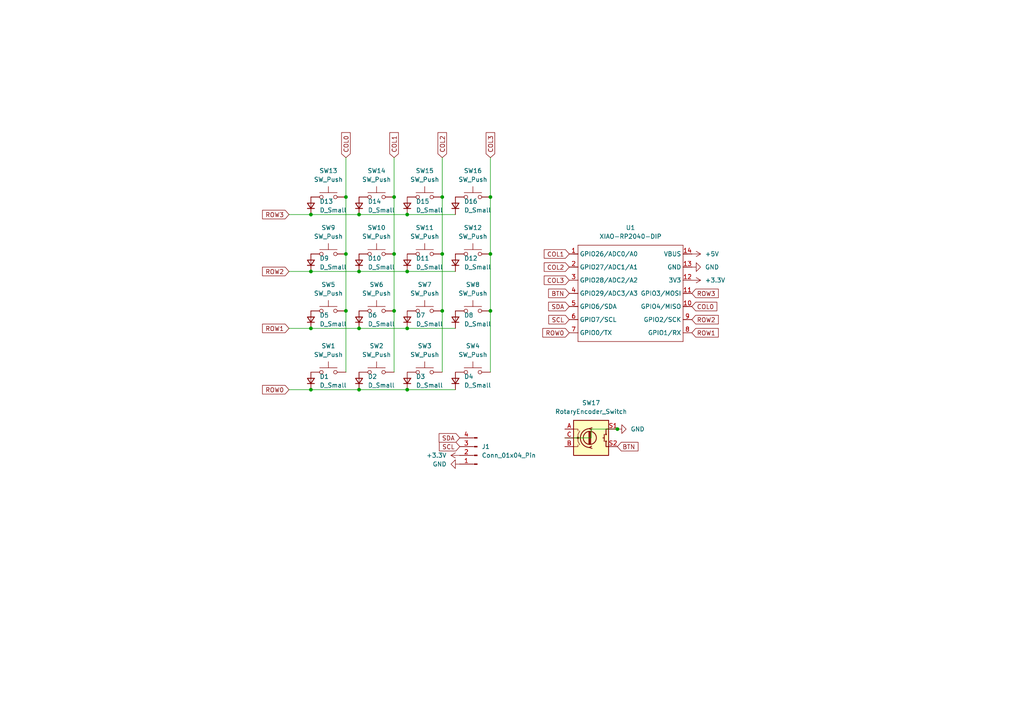
<source format=kicad_sch>
(kicad_sch (version 20250114) (generator "eeschema") (generator_version "9.0")
  (paper "A4")
  (title_block (title "HackPiano"))
  (lib_symbols
    (symbol "Connector:Conn_01x04_Pin" (pin_names (offset 1.016) (hide yes))
      (property "Reference" "J" (at 0 5.08 0))
      (property "Value" "Conn_01x04_Pin" (at 0 -7.62 0))
      (symbol "Conn_01x04_Pin_1_1"
        (rectangle (start 0.8636 2.667) (end 0 2.413) (stroke (width 0.1524)) (fill (type outline)))
        (rectangle (start 0.8636 0.127) (end 0 -0.127) (stroke (width 0.1524)) (fill (type outline)))
        (rectangle (start 0.8636 -2.413) (end 0 -2.667) (stroke (width 0.1524)) (fill (type outline)))
        (rectangle (start 0.8636 -4.953) (end 0 -5.207) (stroke (width 0.1524)) (fill (type outline)))
        (polyline (pts (xy 1.27 2.54) (xy 0.8636 2.54)) (stroke (width 0.1524)))
        (polyline (pts (xy 1.27 0) (xy 0.8636 0)) (stroke (width 0.1524)))
        (polyline (pts (xy 1.27 -2.54) (xy 0.8636 -2.54)) (stroke (width 0.1524)))
        (polyline (pts (xy 1.27 -5.08) (xy 0.8636 -5.08)) (stroke (width 0.1524)))
        (pin passive line (at 5.08 2.54 180) (length 3.81) (name "Pin_1") (number "1"))
        (pin passive line (at 5.08 0 180) (length 3.81) (name "Pin_2") (number "2"))
        (pin passive line (at 5.08 -2.54 180) (length 3.81) (name "Pin_3") (number "3"))
        (pin passive line (at 5.08 -5.08 180) (length 3.81) (name "Pin_4") (number "4"))
      )
    )
    (symbol "Device:D_Small" (pin_numbers (hide yes)) (pin_names (offset 0.254) (hide yes))
      (property "Reference" "D" (at -1.27 2.032 0))
      (property "Value" "D_Small" (at -3.81 -2.032 0))
      (symbol "D_Small_0_1"
        (polyline (pts (xy -0.762 0) (xy 0.762 0)))
        (polyline (pts (xy -0.762 -1.016) (xy -0.762 1.016)) (stroke (width 0.254)))
        (polyline (pts (xy 0.762 -1.016) (xy -0.762 0) (xy 0.762 1.016) (xy 0.762 -1.016)) (stroke (width 0.254)))
      )
      (symbol "D_Small_1_1"
        (pin passive line (at -2.54 0 0) (length 1.778) (name "K") (number "1"))
        (pin passive line (at 2.54 0 180) (length 1.778) (name "A") (number "2"))
      )
    )
    (symbol "Device:RotaryEncoder_Switch" (pin_names (offset 0.254) (hide yes))
      (property "Reference" "SW" (at 0 6.604 0))
      (property "Value" "RotaryEncoder_Switch" (at 0 -6.604 0))
      (symbol "RotaryEncoder_Switch_0_1"
        (rectangle (start -5.08 5.08) (end 5.08 -5.08) (stroke (width 0.254)) (fill (type background)))
        (polyline (pts (xy -5.08 2.54) (xy -3.81 2.54) (xy -3.81 2.032)))
        (polyline (pts (xy -5.08 0) (xy -3.81 0) (xy -3.81 -1.016) (xy -3.302 -2.032)))
        (polyline (pts (xy -5.08 -2.54) (xy -3.81 -2.54) (xy -3.81 -2.032)))
        (polyline (pts (xy -4.318 0) (xy -3.81 0) (xy -3.81 1.016) (xy -3.302 2.032)))
        (circle (center -3.81 0) (radius 0.254) (fill (type outline)))
        (polyline (pts (xy -0.635 -1.778) (xy -0.635 1.778)) (stroke (width 0.254)))
        (circle (center -0.381 0) (radius 1.905) (stroke (width 0.254)))
        (polyline (pts (xy -0.381 -1.778) (xy -0.381 1.778)) (stroke (width 0.254)))
        (arc (start -0.381 -2.794) (mid -3.0988 -0.0635) (end -0.381 2.667) (stroke (width 0.254)))
        (polyline (pts (xy -0.127 1.778) (xy -0.127 -1.778)) (stroke (width 0.254)))
        (polyline (pts (xy 0.254 2.921) (xy -0.508 2.667) (xy 0.127 2.286)) (stroke (width 0.254)))
        (polyline (pts (xy 0.254 -3.048) (xy -0.508 -2.794) (xy 0.127 -2.413)) (stroke (width 0.254)))
        (polyline (pts (xy 3.81 1.016) (xy 3.81 -1.016)) (stroke (width 0.254)))
        (polyline (pts (xy 3.81 0) (xy 3.429 0)) (stroke (width 0.254)))
        (circle (center 4.318 1.016) (radius 0.127) (stroke (width 0.254)))
        (circle (center 4.318 -1.016) (radius 0.127) (stroke (width 0.254)))
        (polyline (pts (xy 5.08 2.54) (xy 4.318 2.54) (xy 4.318 1.016)) (stroke (width 0.254)))
        (polyline (pts (xy 5.08 -2.54) (xy 4.318 -2.54) (xy 4.318 -1.016)) (stroke (width 0.254)))
      )
      (symbol "RotaryEncoder_Switch_1_1"
        (pin passive line (at -7.62 2.54 0) (length 2.54) (name "A") (number "A"))
        (pin passive line (at -7.62 0 0) (length 2.54) (name "C") (number "C"))
        (pin passive line (at -7.62 -2.54 0) (length 2.54) (name "B") (number "B"))
        (pin passive line (at 7.62 2.54 180) (length 2.54) (name "S1") (number "S1"))
        (pin passive line (at 7.62 -2.54 180) (length 2.54) (name "S2") (number "S2"))
      )
    )
    (symbol "OPL:XIAO-RP2040-DIP"
      (property "Reference" "U" (at 0 0 0))
      (property "Value" "XIAO-RP2040-DIP" (at 5.334 -1.778 0))
      (symbol "XIAO-RP2040-DIP_1_0"
        (polyline (pts (xy -1.27 -2.54) (xy 29.21 -2.54)) (stroke (width 0.1524)))
        (polyline (pts (xy -1.27 -5.08) (xy -2.54 -5.08)) (stroke (width 0.1524)))
        (polyline (pts (xy -1.27 -5.08) (xy -1.27 -2.54)) (stroke (width 0.1524)))
        (polyline (pts (xy -1.27 -8.89) (xy -2.54 -8.89)) (stroke (width 0.1524)))
        (polyline (pts (xy -1.27 -8.89) (xy -1.27 -5.08)) (stroke (width 0.1524)))
        (polyline (pts (xy -1.27 -12.7) (xy -2.54 -12.7)) (stroke (width 0.1524)))
        (polyline (pts (xy -1.27 -12.7) (xy -1.27 -8.89)) (stroke (width 0.1524)))
        (polyline (pts (xy -1.27 -16.51) (xy -2.54 -16.51)) (stroke (width 0.1524)))
        (polyline (pts (xy -1.27 -16.51) (xy -1.27 -12.7)) (stroke (width 0.1524)))
        (polyline (pts (xy -1.27 -20.32) (xy -2.54 -20.32)) (stroke (width 0.1524)))
        (polyline (pts (xy -1.27 -24.13) (xy -2.54 -24.13)) (stroke (width 0.1524)))
        (polyline (pts (xy -1.27 -27.94) (xy -2.54 -27.94)) (stroke (width 0.1524)))
        (polyline (pts (xy -1.27 -30.48) (xy -1.27 -16.51)) (stroke (width 0.1524)))
        (polyline (pts (xy 29.21 -2.54) (xy 29.21 -5.08)) (stroke (width 0.1524)))
        (polyline (pts (xy 29.21 -5.08) (xy 29.21 -8.89)) (stroke (width 0.1524)))
        (polyline (pts (xy 29.21 -8.89) (xy 29.21 -12.7)) (stroke (width 0.1524)))
        (polyline (pts (xy 29.21 -12.7) (xy 29.21 -30.48)) (stroke (width 0.1524)))
        (polyline (pts (xy 29.21 -30.48) (xy -1.27 -30.48)) (stroke (width 0.1524)))
        (polyline (pts (xy 30.48 -5.08) (xy 29.21 -5.08)) (stroke (width 0.1524)))
        (polyline (pts (xy 30.48 -8.89) (xy 29.21 -8.89)) (stroke (width 0.1524)))
        (polyline (pts (xy 30.48 -12.7) (xy 29.21 -12.7)) (stroke (width 0.1524)))
        (polyline (pts (xy 30.48 -16.51) (xy 29.21 -16.51)) (stroke (width 0.1524)))
        (polyline (pts (xy 30.48 -20.32) (xy 29.21 -20.32)) (stroke (width 0.1524)))
        (polyline (pts (xy 30.48 -24.13) (xy 29.21 -24.13)) (stroke (width 0.1524)))
        (polyline (pts (xy 30.48 -27.94) (xy 29.21 -27.94)) (stroke (width 0.1524)))
        (pin passive line (at -3.81 -5.08 0) (length 2.54) (name "GPIO26/ADC0/A0") (number "1"))
        (pin passive line (at -3.81 -8.89 0) (length 2.54) (name "GPIO27/ADC1/A1") (number "2"))
        (pin passive line (at -3.81 -12.7 0) (length 2.54) (name "GPIO28/ADC2/A2") (number "3"))
        (pin passive line (at -3.81 -16.51 0) (length 2.54) (name "GPIO29/ADC3/A3") (number "4"))
        (pin passive line (at -3.81 -20.32 0) (length 2.54) (name "GPIO6/SDA") (number "5"))
        (pin passive line (at -3.81 -24.13 0) (length 2.54) (name "GPIO7/SCL") (number "6"))
        (pin passive line (at -3.81 -27.94 0) (length 2.54) (name "GPIO0/TX") (number "7"))
        (pin passive line (at 31.75 -5.08 180) (length 2.54) (name "VBUS") (number "14"))
        (pin passive line (at 31.75 -8.89 180) (length 2.54) (name "GND") (number "13"))
        (pin passive line (at 31.75 -12.7 180) (length 2.54) (name "3V3") (number "12"))
        (pin passive line (at 31.75 -16.51 180) (length 2.54) (name "GPIO3/MOSI") (number "11"))
        (pin passive line (at 31.75 -20.32 180) (length 2.54) (name "GPIO4/MISO") (number "10"))
        (pin passive line (at 31.75 -24.13 180) (length 2.54) (name "GPIO2/SCK") (number "9"))
        (pin passive line (at 31.75 -27.94 180) (length 2.54) (name "GPIO1/RX") (number "8"))
      )
    )
    (symbol "Switch:SW_Push" (pin_numbers (hide yes)) (pin_names (offset 1.016) (hide yes))
      (property "Reference" "SW" (at 1.27 2.54 0))
      (property "Value" "SW_Push" (at 0 -1.524 0))
      (symbol "SW_Push_0_1"
        (circle (center -2.032 0) (radius 0.508))
        (polyline (pts (xy 0 1.27) (xy 0 3.048)))
        (circle (center 2.032 0) (radius 0.508))
        (polyline (pts (xy 2.54 1.27) (xy -2.54 1.27)))
        (pin passive line (at -5.08 0 0) (length 2.54) (name "1") (number "1"))
        (pin passive line (at 5.08 0 180) (length 2.54) (name "2") (number "2"))
      )
    )
    (symbol "power:+3.3V" (power) (pin_numbers (hide yes)) (pin_names (offset 0) (hide yes))
      (property "Value" "+3.3V" (at 0 3.556 0))
      (symbol "+3.3V_0_1"
        (polyline (pts (xy -0.762 1.27) (xy 0 2.54)))
        (polyline (pts (xy 0 2.54) (xy 0.762 1.27)))
        (polyline (pts (xy 0 0) (xy 0 2.54)))
      )
      (symbol "+3.3V_1_1"
        (pin power_in line (at 0 0 90) (length 0) (name "~") (number "1"))
      )
    )
    (symbol "power:+5V" (power) (pin_numbers (hide yes)) (pin_names (offset 0) (hide yes))
      (property "Value" "+5V" (at 0 3.556 0))
      (symbol "+5V_0_1"
        (polyline (pts (xy -0.762 1.27) (xy 0 2.54)))
        (polyline (pts (xy 0 2.54) (xy 0.762 1.27)))
        (polyline (pts (xy 0 0) (xy 0 2.54)))
      )
      (symbol "+5V_1_1"
        (pin power_in line (at 0 0 90) (length 0) (name "~") (number "1"))
      )
    )
    (symbol "power:GND" (power) (pin_numbers (hide yes)) (pin_names (offset 0) (hide yes))
      (property "Value" "GND" (at 0 -3.81 0))
      (symbol "GND_0_1"
        (polyline (pts (xy 0 0) (xy 0 -1.27) (xy 1.27 -1.27) (xy 0 -2.54) (xy -1.27 -1.27) (xy 0 -1.27)))
      )
      (symbol "GND_1_1"
        (pin power_in line (at 0 0 270) (length 0) (name "~") (number "1"))
      )
    )
  )
  (junction (at 128.27 57.15))
  (junction (at 100.33 90.17))
  (junction (at 118.11 95.25))
  (junction (at 100.33 73.66))
  (junction (at 128.27 90.17))
  (junction (at 104.14 78.74))
  (junction (at 90.17 95.25))
  (junction (at 100.33 57.15))
  (junction (at 114.3 57.15))
  (junction (at 90.17 62.23))
  (junction (at 114.3 73.66))
  (junction (at 90.17 113.03))
  (junction (at 104.14 62.23))
  (junction (at 142.24 73.66))
  (junction (at 128.27 73.66))
  (junction (at 114.3 90.17))
  (junction (at 104.14 95.25))
  (junction (at 179.07 124.46))
  (junction (at 118.11 78.74))
  (junction (at 118.11 113.03))
  (junction (at 118.11 62.23))
  (junction (at 142.24 57.15))
  (junction (at 142.24 90.17))
  (junction (at 104.14 113.03))
  (junction (at 90.17 78.74))
  (wire (pts (xy 83.82 62.23) (xy 90.17 62.23)))
  (wire (pts (xy 179.07 124.46) (xy 171.45 124.46)))
  (wire (pts (xy 100.33 73.66) (xy 100.33 90.17)))
  (wire (pts (xy 114.3 57.15) (xy 114.3 73.66)))
  (wire (pts (xy 104.14 62.23) (xy 118.11 62.23)))
  (wire (pts (xy 100.33 90.17) (xy 100.33 107.95)))
  (wire (pts (xy 100.33 57.15) (xy 100.33 73.66)))
  (wire (pts (xy 114.3 90.17) (xy 114.3 107.95)))
  (wire (pts (xy 90.17 62.23) (xy 104.14 62.23)))
  (wire (pts (xy 114.3 45.72) (xy 114.3 57.15)))
  (wire (pts (xy 90.17 78.74) (xy 104.14 78.74)))
  (wire (pts (xy 90.17 113.03) (xy 104.14 113.03)))
  (wire (pts (xy 142.24 45.72) (xy 142.24 57.15)))
  (wire (pts (xy 114.3 73.66) (xy 114.3 90.17)))
  (wire (pts (xy 118.11 78.74) (xy 132.08 78.74)))
  (wire (pts (xy 128.27 57.15) (xy 128.27 73.66)))
  (wire (pts (xy 90.17 95.25) (xy 104.14 95.25)))
  (wire (pts (xy 100.33 45.72) (xy 100.33 57.15)))
  (wire (pts (xy 104.14 95.25) (xy 118.11 95.25)))
  (wire (pts (xy 171.45 124.46) (xy 171.45 127)))
  (wire (pts (xy 128.27 45.72) (xy 128.27 57.15)))
  (wire (pts (xy 83.82 113.03) (xy 90.17 113.03)))
  (wire (pts (xy 104.14 78.74) (xy 118.11 78.74)))
  (wire (pts (xy 142.24 57.15) (xy 142.24 73.66)))
  (wire (pts (xy 171.45 127) (xy 163.83 127)))
  (wire (pts (xy 104.14 113.03) (xy 118.11 113.03)))
  (wire (pts (xy 118.11 95.25) (xy 132.08 95.25)))
  (wire (pts (xy 83.82 95.25) (xy 90.17 95.25)))
  (wire (pts (xy 142.24 73.66) (xy 142.24 90.17)))
  (wire (pts (xy 118.11 113.03) (xy 132.08 113.03)))
  (wire (pts (xy 118.11 62.23) (xy 132.08 62.23)))
  (wire (pts (xy 128.27 90.17) (xy 128.27 107.95)))
  (wire (pts (xy 142.24 90.17) (xy 142.24 107.95)))
  (wire (pts (xy 83.82 78.74) (xy 90.17 78.74)))
  (wire (pts (xy 128.27 73.66) (xy 128.27 90.17)))
  (global_label "COL3" (shape input) (at 142.24 45.72 90) (property "Intersheetrefs" "${INTERSHEET_REFS}" (effects (hide yes))))
  (global_label "COL0" (shape input) (at 200.66 88.9 0) (property "Intersheetrefs" "${INTERSHEET_REFS}" (effects (hide yes))))
  (global_label "COL2" (shape input) (at 128.27 45.72 90) (property "Intersheetrefs" "${INTERSHEET_REFS}" (effects (hide yes))))
  (global_label "ROW3" (shape input) (at 83.82 62.23 180) (property "Intersheetrefs" "${INTERSHEET_REFS}" (effects (hide yes))))
  (global_label "COL3" (shape input) (at 165.1 81.28 180) (property "Intersheetrefs" "${INTERSHEET_REFS}" (effects (hide yes))))
  (global_label "COL0" (shape input) (at 100.33 45.72 90) (property "Intersheetrefs" "${INTERSHEET_REFS}" (effects (hide yes))))
  (global_label "ROW1" (shape input) (at 83.82 95.25 180) (property "Intersheetrefs" "${INTERSHEET_REFS}" (effects (hide yes))))
  (global_label "ROW2" (shape input) (at 200.66 92.71 0) (property "Intersheetrefs" "${INTERSHEET_REFS}" (effects (hide yes))))
  (global_label "SDA" (shape input) (at 133.35 127 180) (property "Intersheetrefs" "${INTERSHEET_REFS}" (effects (hide yes))))
  (global_label "ROW0" (shape input) (at 83.82 113.03 180) (property "Intersheetrefs" "${INTERSHEET_REFS}" (effects (hide yes))))
  (global_label "BTN" (shape input) (at 165.1 85.09 180) (property "Intersheetrefs" "${INTERSHEET_REFS}" (effects (hide yes))))
  (global_label "SCL" (shape input) (at 165.1 92.71 180) (property "Intersheetrefs" "${INTERSHEET_REFS}" (effects (hide yes))))
  (global_label "COL2" (shape input) (at 165.1 77.47 180) (property "Intersheetrefs" "${INTERSHEET_REFS}" (effects (hide yes))))
  (global_label "ROW1" (shape input) (at 200.66 96.52 0) (property "Intersheetrefs" "${INTERSHEET_REFS}" (effects (hide yes))))
  (global_label "COL1" (shape input) (at 114.3 45.72 90) (property "Intersheetrefs" "${INTERSHEET_REFS}" (effects (hide yes))))
  (global_label "ROW2" (shape input) (at 83.82 78.74 180) (property "Intersheetrefs" "${INTERSHEET_REFS}" (effects (hide yes))))
  (global_label "SDA" (shape input) (at 165.1 88.9 180) (property "Intersheetrefs" "${INTERSHEET_REFS}" (effects (hide yes))))
  (global_label "SCL" (shape input) (at 133.35 129.54 180) (property "Intersheetrefs" "${INTERSHEET_REFS}" (effects (hide yes))))
  (global_label "ROW3" (shape input) (at 200.66 85.09 0) (property "Intersheetrefs" "${INTERSHEET_REFS}" (effects (hide yes))))
  (global_label "COL1" (shape input) (at 165.1 73.66 180) (property "Intersheetrefs" "${INTERSHEET_REFS}" (effects (hide yes))))
  (global_label "ROW0" (shape input) (at 165.1 96.52 180) (property "Intersheetrefs" "${INTERSHEET_REFS}" (effects (hide yes))))
  (global_label "BTN" (shape input) (at 179.07 129.54 0) (property "Intersheetrefs" "${INTERSHEET_REFS}" (effects (hide yes))))
  (symbol (lib_id "Switch:SW_Push") (at 109.22 57.15 0) (unit 1)
    (property "Reference" "SW14" (at 109.22 49.53 0))
    (property "Value" "SW_Push" (at 109.22 52.07 0))
    (property "Footprint" "Button_Switch_Keyboard:SW_Cherry_MX_1.00u_PCB" (effects (hide yes)))
    (property "Description" "Push button switch, generic, two pins" (effects (hide yes)))
  )
  (symbol (lib_id "Switch:SW_Push") (at 109.22 73.66 0) (unit 1)
    (property "Reference" "SW10" (at 109.22 66.04 0))
    (property "Value" "SW_Push" (at 109.22 68.58 0))
    (property "Footprint" "Button_Switch_Keyboard:SW_Cherry_MX_1.00u_PCB" (effects (hide yes)))
    (property "Description" "Push button switch, generic, two pins" (effects (hide yes)))
  )
  (symbol (lib_id "Device:D_Small") (at 118.11 59.69 90) (unit 1)
    (property "Reference" "D15" (at 120.65 58.4199 90) (effects (justify right)))
    (property "Value" "D_Small" (at 120.65 60.9599 90) (effects (justify right)))
    (property "Footprint" "Diode_THT:D_DO-35_SOD27_P7.62mm_Horizontal" (effects (hide yes)))
    (property "Description" "Diode, small symbol" (effects (hide yes)))
    (property "Sim.Device" "D" (effects (hide yes)))
    (property "Sim.Pins" "1=K 2=A" (effects (hide yes)))
  )
  (symbol (lib_id "Device:D_Small") (at 132.08 92.71 90) (unit 1)
    (property "Reference" "D8" (at 134.62 91.4399 90) (effects (justify right)))
    (property "Value" "D_Small" (at 134.62 93.9799 90) (effects (justify right)))
    (property "Footprint" "Diode_THT:D_DO-35_SOD27_P7.62mm_Horizontal" (effects (hide yes)))
    (property "Description" "Diode, small symbol" (effects (hide yes)))
    (property "Sim.Device" "D" (effects (hide yes)))
    (property "Sim.Pins" "1=K 2=A" (effects (hide yes)))
  )
  (symbol (lib_id "Device:D_Small") (at 132.08 59.69 90) (unit 1)
    (property "Reference" "D16" (at 134.62 58.4199 90) (effects (justify right)))
    (property "Value" "D_Small" (at 134.62 60.9599 90) (effects (justify right)))
    (property "Footprint" "Diode_THT:D_DO-35_SOD27_P7.62mm_Horizontal" (effects (hide yes)))
    (property "Description" "Diode, small symbol" (effects (hide yes)))
    (property "Sim.Device" "D" (effects (hide yes)))
    (property "Sim.Pins" "1=K 2=A" (effects (hide yes)))
  )
  (symbol (lib_id "Device:D_Small") (at 104.14 110.49 90) (unit 1)
    (property "Reference" "D2" (at 106.68 109.2199 90) (effects (justify right)))
    (property "Value" "D_Small" (at 106.68 111.7599 90) (effects (justify right)))
    (property "Footprint" "Diode_THT:D_DO-35_SOD27_P7.62mm_Horizontal" (effects (hide yes)))
    (property "Description" "Diode, small symbol" (effects (hide yes)))
    (property "Sim.Device" "D" (effects (hide yes)))
    (property "Sim.Pins" "1=K 2=A" (effects (hide yes)))
  )
  (symbol (lib_id "power:+5V") (at 200.66 73.66 270) (unit 1)
    (property "Reference" "#PWR03" (effects (hide yes)))
    (property "Value" "+5V" (at 204.47 73.6599 90) (effects (justify left)))
    (property "Description" "Power symbol creates a global label with name \"+5V\"" (effects (hide yes)))
  )
  (symbol (lib_id "Switch:SW_Push") (at 137.16 107.95 0) (unit 1)
    (property "Reference" "SW4" (at 137.16 100.33 0))
    (property "Value" "SW_Push" (at 137.16 102.87 0))
    (property "Footprint" "Button_Switch_Keyboard:SW_Cherry_MX_1.00u_PCB" (effects (hide yes)))
    (property "Description" "Push button switch, generic, two pins" (effects (hide yes)))
  )
  (symbol (lib_id "Device:D_Small") (at 118.11 110.49 90) (unit 1)
    (property "Reference" "D3" (at 120.65 109.2199 90) (effects (justify right)))
    (property "Value" "D_Small" (at 120.65 111.7599 90) (effects (justify right)))
    (property "Footprint" "Diode_THT:D_DO-35_SOD27_P7.62mm_Horizontal" (effects (hide yes)))
    (property "Description" "Diode, small symbol" (effects (hide yes)))
    (property "Sim.Device" "D" (effects (hide yes)))
    (property "Sim.Pins" "1=K 2=A" (effects (hide yes)))
  )
  (symbol (lib_id "Switch:SW_Push") (at 95.25 57.15 0) (unit 1)
    (property "Reference" "SW13" (at 95.25 49.53 0))
    (property "Value" "SW_Push" (at 95.25 52.07 0))
    (property "Footprint" "Button_Switch_Keyboard:SW_Cherry_MX_1.00u_PCB" (effects (hide yes)))
    (property "Description" "Push button switch, generic, two pins" (effects (hide yes)))
  )
  (symbol (lib_id "Switch:SW_Push") (at 137.16 57.15 0) (unit 1)
    (property "Reference" "SW16" (at 137.16 49.53 0))
    (property "Value" "SW_Push" (at 137.16 52.07 0))
    (property "Footprint" "Button_Switch_Keyboard:SW_Cherry_MX_1.00u_PCB" (effects (hide yes)))
    (property "Description" "Push button switch, generic, two pins" (effects (hide yes)))
  )
  (symbol (lib_id "power:GND") (at 133.35 134.62 270) (unit 1)
    (property "Reference" "#PWR04" (effects (hide yes)))
    (property "Value" "GND" (at 129.54 134.6199 90) (effects (justify right)))
    (property "Description" "Power symbol creates a global label with name \"GND\" , ground" (effects (hide yes)))
  )
  (symbol (lib_id "Device:D_Small") (at 90.17 76.2 90) (unit 1)
    (property "Reference" "D9" (at 92.71 74.9299 90) (effects (justify right)))
    (property "Value" "D_Small" (at 92.71 77.4699 90) (effects (justify right)))
    (property "Footprint" "Diode_THT:D_DO-35_SOD27_P7.62mm_Horizontal" (effects (hide yes)))
    (property "Description" "Diode, small symbol" (effects (hide yes)))
    (property "Sim.Device" "D" (effects (hide yes)))
    (property "Sim.Pins" "1=K 2=A" (effects (hide yes)))
  )
  (symbol (lib_id "power:GND") (at 179.07 124.46 90) (unit 1)
    (property "Reference" "#PWR06" (effects (hide yes)))
    (property "Value" "GND" (at 182.88 124.4599 90) (effects (justify right)))
    (property "Description" "Power symbol creates a global label with name \"GND\" , ground" (effects (hide yes)))
  )
  (symbol (lib_id "Device:D_Small") (at 118.11 76.2 90) (unit 1)
    (property "Reference" "D11" (at 120.65 74.9299 90) (effects (justify right)))
    (property "Value" "D_Small" (at 120.65 77.4699 90) (effects (justify right)))
    (property "Footprint" "Diode_THT:D_DO-35_SOD27_P7.62mm_Horizontal" (effects (hide yes)))
    (property "Description" "Diode, small symbol" (effects (hide yes)))
    (property "Sim.Device" "D" (effects (hide yes)))
    (property "Sim.Pins" "1=K 2=A" (effects (hide yes)))
  )
  (symbol (lib_id "OPL:XIAO-RP2040-DIP") (at 168.91 68.58 0) (unit 1)
    (property "Reference" "U1" (at 182.88 66.04 0))
    (property "Value" "XIAO-RP2040-DIP" (at 182.88 68.58 0))
    (property "Footprint" "OPL:XIAO-RP2040-DIP" (effects (hide yes)))
  )
  (symbol (lib_id "Switch:SW_Push") (at 123.19 90.17 0) (unit 1)
    (property "Reference" "SW7" (at 123.19 82.55 0))
    (property "Value" "SW_Push" (at 123.19 85.09 0))
    (property "Footprint" "Button_Switch_Keyboard:SW_Cherry_MX_1.00u_PCB" (effects (hide yes)))
    (property "Description" "Push button switch, generic, two pins" (effects (hide yes)))
  )
  (symbol (lib_id "Device:D_Small") (at 118.11 92.71 90) (unit 1)
    (property "Reference" "D7" (at 120.65 91.4399 90) (effects (justify right)))
    (property "Value" "D_Small" (at 120.65 93.9799 90) (effects (justify right)))
    (property "Footprint" "Diode_THT:D_DO-35_SOD27_P7.62mm_Horizontal" (effects (hide yes)))
    (property "Description" "Diode, small symbol" (effects (hide yes)))
    (property "Sim.Device" "D" (effects (hide yes)))
    (property "Sim.Pins" "1=K 2=A" (effects (hide yes)))
  )
  (symbol (lib_id "Device:RotaryEncoder_Switch") (at 171.45 127 0) (unit 1)
    (property "Reference" "SW17" (at 171.45 116.84 0))
    (property "Value" "RotaryEncoder_Switch" (at 171.45 119.38 0))
    (property "Footprint" "OLED:RotaryEncoder_Alps_EC11E-Switch_Vertical_H20mm" (effects (hide yes)))
    (property "Description" "Rotary encoder, dual channel, incremental quadrate outputs, with switch" (effects (hide yes)))
  )
  (symbol (lib_id "Connector:Conn_01x04_Pin") (at 138.43 132.08 180) (unit 1)
    (property "Reference" "J1" (at 139.7 129.5399 0) (effects (justify right)))
    (property "Value" "Conn_01x04_Pin" (at 139.7 132.0799 0) (effects (justify right)))
    (property "Footprint" "OLED:SSD1306-0.91-OLED-4pin-128x32" (effects (hide yes)))
    (property "Description" "Generic connector, single row, 01x04, script generated" (effects (hide yes)))
  )
  (symbol (lib_id "Device:D_Small") (at 104.14 59.69 90) (unit 1)
    (property "Reference" "D14" (at 106.68 58.4199 90) (effects (justify right)))
    (property "Value" "D_Small" (at 106.68 60.9599 90) (effects (justify right)))
    (property "Footprint" "Diode_THT:D_DO-35_SOD27_P7.62mm_Horizontal" (effects (hide yes)))
    (property "Description" "Diode, small symbol" (effects (hide yes)))
    (property "Sim.Device" "D" (effects (hide yes)))
    (property "Sim.Pins" "1=K 2=A" (effects (hide yes)))
  )
  (symbol (lib_id "power:+3.3V") (at 200.66 81.28 270) (unit 1)
    (property "Reference" "#PWR02" (effects (hide yes)))
    (property "Value" "+3.3V" (at 204.47 81.2799 90) (effects (justify left)))
    (property "Description" "Power symbol creates a global label with name \"+3.3V\"" (effects (hide yes)))
  )
  (symbol (lib_id "Switch:SW_Push") (at 137.16 90.17 0) (unit 1)
    (property "Reference" "SW8" (at 137.16 82.55 0))
    (property "Value" "SW_Push" (at 137.16 85.09 0))
    (property "Footprint" "Button_Switch_Keyboard:SW_Cherry_MX_1.00u_PCB" (effects (hide yes)))
    (property "Description" "Push button switch, generic, two pins" (effects (hide yes)))
  )
  (symbol (lib_id "Device:D_Small") (at 104.14 76.2 90) (unit 1)
    (property "Reference" "D10" (at 106.68 74.9299 90) (effects (justify right)))
    (property "Value" "D_Small" (at 106.68 77.4699 90) (effects (justify right)))
    (property "Footprint" "Diode_THT:D_DO-35_SOD27_P7.62mm_Horizontal" (effects (hide yes)))
    (property "Description" "Diode, small symbol" (effects (hide yes)))
    (property "Sim.Device" "D" (effects (hide yes)))
    (property "Sim.Pins" "1=K 2=A" (effects (hide yes)))
  )
  (symbol (lib_id "Switch:SW_Push") (at 137.16 73.66 0) (unit 1)
    (property "Reference" "SW12" (at 137.16 66.04 0))
    (property "Value" "SW_Push" (at 137.16 68.58 0))
    (property "Footprint" "Button_Switch_Keyboard:SW_Cherry_MX_1.00u_PCB" (effects (hide yes)))
    (property "Description" "Push button switch, generic, two pins" (effects (hide yes)))
  )
  (symbol (lib_id "Switch:SW_Push") (at 123.19 107.95 0) (unit 1)
    (property "Reference" "SW3" (at 123.19 100.33 0))
    (property "Value" "SW_Push" (at 123.19 102.87 0))
    (property "Footprint" "Button_Switch_Keyboard:SW_Cherry_MX_1.00u_PCB" (effects (hide yes)))
    (property "Description" "Push button switch, generic, two pins" (effects (hide yes)))
  )
  (symbol (lib_id "Switch:SW_Push") (at 95.25 90.17 0) (unit 1)
    (property "Reference" "SW5" (at 95.25 82.55 0))
    (property "Value" "SW_Push" (at 95.25 85.09 0))
    (property "Footprint" "Button_Switch_Keyboard:SW_Cherry_MX_1.00u_PCB" (effects (hide yes)))
    (property "Description" "Push button switch, generic, two pins" (effects (hide yes)))
  )
  (symbol (lib_id "Device:D_Small") (at 132.08 110.49 90) (unit 1)
    (property "Reference" "D4" (at 134.62 109.2199 90) (effects (justify right)))
    (property "Value" "D_Small" (at 134.62 111.7599 90) (effects (justify right)))
    (property "Footprint" "Diode_THT:D_DO-35_SOD27_P7.62mm_Horizontal" (effects (hide yes)))
    (property "Description" "Diode, small symbol" (effects (hide yes)))
    (property "Sim.Device" "D" (effects (hide yes)))
    (property "Sim.Pins" "1=K 2=A" (effects (hide yes)))
  )
  (symbol (lib_id "Switch:SW_Push") (at 109.22 90.17 0) (unit 1)
    (property "Reference" "SW6" (at 109.22 82.55 0))
    (property "Value" "SW_Push" (at 109.22 85.09 0))
    (property "Footprint" "Button_Switch_Keyboard:SW_Cherry_MX_1.00u_PCB" (effects (hide yes)))
    (property "Description" "Push button switch, generic, two pins" (effects (hide yes)))
  )
  (symbol (lib_id "power:GND") (at 200.66 77.47 90) (unit 1)
    (property "Reference" "#PWR01" (effects (hide yes)))
    (property "Value" "GND" (at 204.47 77.4699 90) (effects (justify right)))
    (property "Description" "Power symbol creates a global label with name \"GND\" , ground" (effects (hide yes)))
  )
  (symbol (lib_id "Device:D_Small") (at 90.17 110.49 90) (unit 1)
    (property "Reference" "D1" (at 92.71 109.2199 90) (effects (justify right)))
    (property "Value" "D_Small" (at 92.71 111.7599 90) (effects (justify right)))
    (property "Footprint" "Diode_THT:D_DO-35_SOD27_P7.62mm_Horizontal" (effects (hide yes)))
    (property "Description" "Diode, small symbol" (effects (hide yes)))
    (property "Sim.Device" "D" (effects (hide yes)))
    (property "Sim.Pins" "1=K 2=A" (effects (hide yes)))
  )
  (symbol (lib_id "Device:D_Small") (at 132.08 76.2 90) (unit 1)
    (property "Reference" "D12" (at 134.62 74.9299 90) (effects (justify right)))
    (property "Value" "D_Small" (at 134.62 77.4699 90) (effects (justify right)))
    (property "Footprint" "Diode_THT:D_DO-35_SOD27_P7.62mm_Horizontal" (effects (hide yes)))
    (property "Description" "Diode, small symbol" (effects (hide yes)))
    (property "Sim.Device" "D" (effects (hide yes)))
    (property "Sim.Pins" "1=K 2=A" (effects (hide yes)))
  )
  (symbol (lib_id "Switch:SW_Push") (at 95.25 107.95 0) (unit 1)
    (property "Reference" "SW1" (at 95.25 100.33 0))
    (property "Value" "SW_Push" (at 95.25 102.87 0))
    (property "Footprint" "Button_Switch_Keyboard:SW_Cherry_MX_1.00u_PCB" (effects (hide yes)))
    (property "Description" "Push button switch, generic, two pins" (effects (hide yes)))
  )
  (symbol (lib_id "Device:D_Small") (at 104.14 92.71 90) (unit 1)
    (property "Reference" "D6" (at 106.68 91.4399 90) (effects (justify right)))
    (property "Value" "D_Small" (at 106.68 93.9799 90) (effects (justify right)))
    (property "Footprint" "Diode_THT:D_DO-35_SOD27_P7.62mm_Horizontal" (effects (hide yes)))
    (property "Description" "Diode, small symbol" (effects (hide yes)))
    (property "Sim.Device" "D" (effects (hide yes)))
    (property "Sim.Pins" "1=K 2=A" (effects (hide yes)))
  )
  (symbol (lib_id "Switch:SW_Push") (at 109.22 107.95 0) (unit 1)
    (property "Reference" "SW2" (at 109.22 100.33 0))
    (property "Value" "SW_Push" (at 109.22 102.87 0))
    (property "Footprint" "Button_Switch_Keyboard:SW_Cherry_MX_1.00u_PCB" (effects (hide yes)))
    (property "Description" "Push button switch, generic, two pins" (effects (hide yes)))
  )
  (symbol (lib_id "Switch:SW_Push") (at 95.25 73.66 0) (unit 1)
    (property "Reference" "SW9" (at 95.25 66.04 0))
    (property "Value" "SW_Push" (at 95.25 68.58 0))
    (property "Footprint" "Button_Switch_Keyboard:SW_Cherry_MX_1.00u_PCB" (effects (hide yes)))
    (property "Description" "Push button switch, generic, two pins" (effects (hide yes)))
  )
  (symbol (lib_id "Device:D_Small") (at 90.17 59.69 90) (unit 1)
    (property "Reference" "D13" (at 92.71 58.4199 90) (effects (justify right)))
    (property "Value" "D_Small" (at 92.71 60.9599 90) (effects (justify right)))
    (property "Footprint" "Diode_THT:D_DO-35_SOD27_P7.62mm_Horizontal" (effects (hide yes)))
    (property "Description" "Diode, small symbol" (effects (hide yes)))
    (property "Sim.Device" "D" (effects (hide yes)))
    (property "Sim.Pins" "1=K 2=A" (effects (hide yes)))
  )
  (symbol (lib_id "Device:D_Small") (at 90.17 92.71 90) (unit 1)
    (property "Reference" "D5" (at 92.71 91.4399 90) (effects (justify right)))
    (property "Value" "D_Small" (at 92.71 93.9799 90) (effects (justify right)))
    (property "Footprint" "Diode_THT:D_DO-35_SOD27_P7.62mm_Horizontal" (effects (hide yes)))
    (property "Description" "Diode, small symbol" (effects (hide yes)))
    (property "Sim.Device" "D" (effects (hide yes)))
    (property "Sim.Pins" "1=K 2=A" (effects (hide yes)))
  )
  (symbol (lib_id "Switch:SW_Push") (at 123.19 57.15 0) (unit 1)
    (property "Reference" "SW15" (at 123.19 49.53 0))
    (property "Value" "SW_Push" (at 123.19 52.07 0))
    (property "Footprint" "Button_Switch_Keyboard:SW_Cherry_MX_1.00u_PCB" (effects (hide yes)))
    (property "Description" "Push button switch, generic, two pins" (effects (hide yes)))
  )
  (symbol (lib_id "power:+3.3V") (at 133.35 132.08 90) (unit 1)
    (property "Reference" "#PWR05" (effects (hide yes)))
    (property "Value" "+3.3V" (at 129.54 132.0799 90) (effects (justify left)))
    (property "Description" "Power symbol creates a global label with name \"+3.3V\"" (effects (hide yes)))
  )
  (symbol (lib_id "Switch:SW_Push") (at 123.19 73.66 0) (unit 1)
    (property "Reference" "SW11" (at 123.19 66.04 0))
    (property "Value" "SW_Push" (at 123.19 68.58 0))
    (property "Footprint" "Button_Switch_Keyboard:SW_Cherry_MX_1.00u_PCB" (effects (hide yes)))
    (property "Description" "Push button switch, generic, two pins" (effects (hide yes)))
  )
)
</source>
